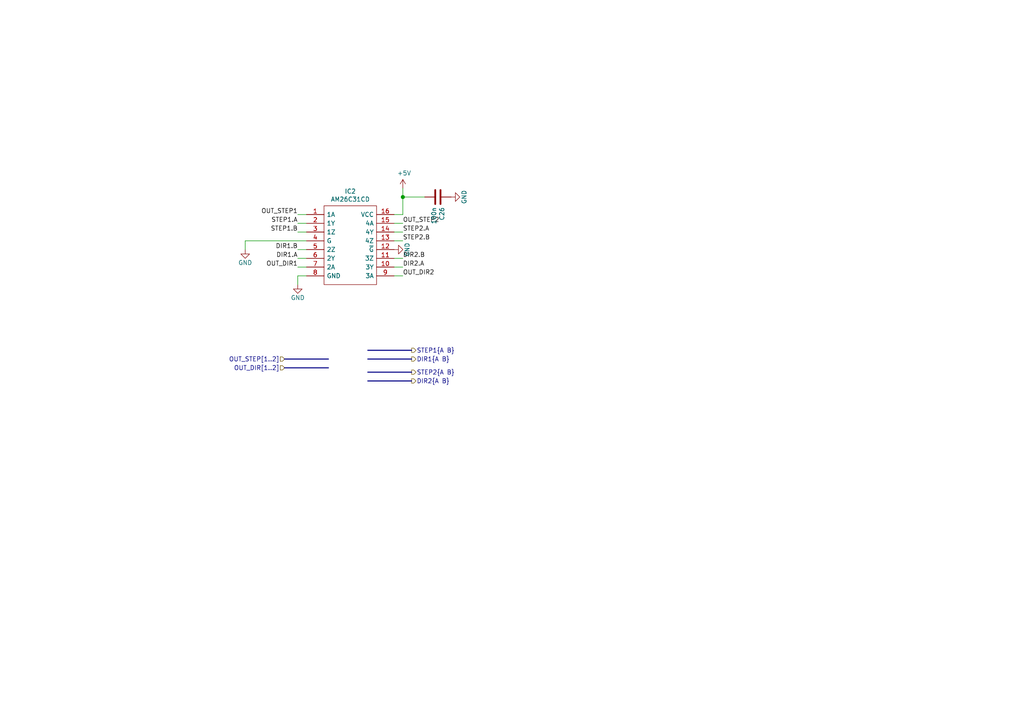
<source format=kicad_sch>
(kicad_sch (version 20201015) (generator eeschema)
  (paper "A4")
  (title_block (title "Uni printer") (date "2020-04-30") (rev "2.0") (company "Kartech") (comment 1 "jaroslaw.karwik@gmail.com"))
  (lib_symbols
    (symbol "Uni_Printer-rescue:+5V-power" (power) (pin_names (offset 0))
      (property "Value" "+5V-power" (at 0 3.556 0))
      (symbol "+5V-power_0_1"
        (polyline (pts (xy -0.762 1.27) (xy 0 2.54)))
        (polyline (pts (xy 0 0) (xy 0 2.54)))
        (polyline (pts (xy 0 2.54) (xy 0.762 1.27)))
      )
      (symbol "+5V-power_1_1"
        (pin power_in line (at 0 0 90) (length 0) hide (name "+5V") (number "1"))
      )
    )
    (symbol "Uni_Printer-rescue:AM26C31CD-AM26C31CD-Uni_Printer_v1-rescue" (pin_names (offset 0.762))
      (property "Reference" "IC" (at 21.59 7.62 0))
      (property "Value" "AM26C31CD-AM26C31CD-Uni_Printer_v1-rescue" (at 21.59 5.08 0))
      (symbol "AM26C31CD-AM26C31CD-Uni_Printer_v1-rescue_0_0"
        (pin bidirectional line (at 0 0 0) (length 5.08) (name "1A") (number "1"))
        (pin bidirectional line (at 25.4 -15.24 180) (length 5.08) (name "3Y") (number "10"))
        (pin bidirectional line (at 25.4 -12.7 180) (length 5.08) (name "3Z") (number "11"))
        (pin bidirectional line (at 25.4 -10.16 180) (length 5.08) (name "~G") (number "12"))
        (pin bidirectional line (at 25.4 -7.62 180) (length 5.08) (name "4Z") (number "13"))
        (pin bidirectional line (at 25.4 -5.08 180) (length 5.08) (name "4Y") (number "14"))
        (pin bidirectional line (at 25.4 -2.54 180) (length 5.08) (name "4A") (number "15"))
        (pin bidirectional line (at 25.4 0 180) (length 5.08) (name "VCC") (number "16"))
        (pin bidirectional line (at 0 -2.54 0) (length 5.08) (name "1Y") (number "2"))
        (pin bidirectional line (at 0 -5.08 0) (length 5.08) (name "1Z") (number "3"))
        (pin bidirectional line (at 0 -7.62 0) (length 5.08) (name "G") (number "4"))
        (pin bidirectional line (at 0 -10.16 0) (length 5.08) (name "2Z") (number "5"))
        (pin bidirectional line (at 0 -12.7 0) (length 5.08) (name "2Y") (number "6"))
        (pin bidirectional line (at 0 -15.24 0) (length 5.08) (name "2A") (number "7"))
        (pin bidirectional line (at 0 -17.78 0) (length 5.08) (name "GND") (number "8"))
        (pin bidirectional line (at 25.4 -17.78 180) (length 5.08) (name "3A") (number "9"))
      )
      (symbol "AM26C31CD-AM26C31CD-Uni_Printer_v1-rescue_0_1"
        (polyline (pts (xy 5.08 2.54) (xy 20.32 2.54) (xy 20.32 -20.32) (xy 5.08 -20.32) (xy 5.08 2.54)) (stroke (width 0.1524)))
      )
    )
    (symbol "Uni_Printer-rescue:C-Device" (pin_numbers hide) (pin_names (offset 0.254))
      (property "Reference" "C" (at 0.635 2.54 0))
      (property "Value" "C-Device" (at 0.635 -2.54 0))
      (symbol "C-Device_0_1"
        (polyline (pts (xy -2.032 -0.762) (xy 2.032 -0.762)) (stroke (width 0.508)))
        (polyline (pts (xy -2.032 0.762) (xy 2.032 0.762)) (stroke (width 0.508)))
      )
      (symbol "C-Device_1_1"
        (pin passive line (at 0 3.81 270) (length 2.794) (name "~") (number "1"))
        (pin passive line (at 0 -3.81 90) (length 2.794) (name "~") (number "2"))
      )
    )
    (symbol "Uni_Printer-rescue:GND-Sensor_tank_v1-rescue-Uni_General_v1-rescue-Uni_Printer_v1-rescue" (power) (pin_names (offset 0))
      (property "Value" "GND-Sensor_tank_v1-rescue-Uni_General_v1-rescue-Uni_Printer_v1-rescue" (at 0 -3.81 0))
      (symbol "GND-Sensor_tank_v1-rescue-Uni_General_v1-rescue-Uni_Printer_v1-rescue_0_1"
        (polyline (pts (xy 0 0) (xy 0 -1.27) (xy 1.27 -1.27) (xy 0 -2.54) (xy -1.27 -1.27) (xy 0 -1.27)))
      )
      (symbol "GND-Sensor_tank_v1-rescue-Uni_General_v1-rescue-Uni_Printer_v1-rescue_1_1"
        (pin power_in line (at 0 0 270) (length 0) hide (name "GND") (number "1"))
      )
    )
  )
  (junction (at 116.84 57.15) (diameter 1.016))
  (wire (pts (xy 71.12 69.85) (xy 88.9 69.85)))
  (wire (pts (xy 71.12 72.39) (xy 71.12 69.85)))
  (wire (pts (xy 86.36 64.77) (xy 88.9 64.77)))
  (wire (pts (xy 86.36 72.39) (xy 88.9 72.39)))
  (wire (pts (xy 86.36 77.47) (xy 88.9 77.47)))
  (wire (pts (xy 86.36 80.01) (xy 88.9 80.01)))
  (wire (pts (xy 86.36 82.55) (xy 86.36 80.01)))
  (wire (pts (xy 88.9 62.23) (xy 86.36 62.23)))
  (wire (pts (xy 88.9 67.31) (xy 86.36 67.31)))
  (wire (pts (xy 88.9 74.93) (xy 86.36 74.93)))
  (wire (pts (xy 114.3 62.23) (xy 116.84 62.23)))
  (wire (pts (xy 114.3 64.77) (xy 116.84 64.77)))
  (wire (pts (xy 114.3 69.85) (xy 116.84 69.85)))
  (wire (pts (xy 114.3 74.93) (xy 116.84 74.93)))
  (wire (pts (xy 116.84 57.15) (xy 116.84 54.61)))
  (wire (pts (xy 116.84 57.15) (xy 123.19 57.15)))
  (wire (pts (xy 116.84 62.23) (xy 116.84 57.15)))
  (wire (pts (xy 116.84 67.31) (xy 114.3 67.31)))
  (wire (pts (xy 116.84 77.47) (xy 114.3 77.47)))
  (wire (pts (xy 116.84 80.01) (xy 114.3 80.01)))
  (bus (pts (xy 95.25 104.14) (xy 82.55 104.14)))
  (bus (pts (xy 95.25 106.68) (xy 82.55 106.68)))
  (bus (pts (xy 106.68 101.6) (xy 119.38 101.6)))
  (bus (pts (xy 106.68 104.14) (xy 119.38 104.14)))
  (bus (pts (xy 106.68 107.95) (xy 119.38 107.95)))
  (bus (pts (xy 106.68 110.49) (xy 119.38 110.49)))
  (label "OUT_STEP1" (at 86.36 62.23 180))
  (label "STEP1.A" (at 86.36 64.77 180))
  (label "STEP1.B" (at 86.36 67.31 180))
  (label "DIR1.B" (at 86.36 72.39 180))
  (label "DIR1.A" (at 86.36 74.93 180))
  (label "OUT_DIR1" (at 86.36 77.47 180))
  (label "OUT_STEP2" (at 116.84 64.77 0))
  (label "STEP2.A" (at 116.84 67.31 0))
  (label "STEP2.B" (at 116.84 69.85 0))
  (label "DIR2.B" (at 116.84 74.93 0))
  (label "DIR2.A" (at 116.84 77.47 0))
  (label "OUT_DIR2" (at 116.84 80.01 0))
  (hierarchical_label "OUT_STEP[1..2]" (shape input) (at 82.55 104.14 180))
  (hierarchical_label "OUT_DIR[1..2]" (shape input) (at 82.55 106.68 180))
  (hierarchical_label "STEP1{A B}" (shape output) (at 119.38 101.6 0))
  (hierarchical_label "DIR1{A B}" (shape output) (at 119.38 104.14 0))
  (hierarchical_label "STEP2{A B}" (shape output) (at 119.38 107.95 0))
  (hierarchical_label "DIR2{A B}" (shape output) (at 119.38 110.49 0))
  (symbol (lib_id "Uni_Printer-rescue:+5V-power") (at 116.84 54.61 0) (unit 1)
    (property "Reference" "#PWR082" (effects hide))
    (property "Value" "+5V" (at 117.221 50.2158 0))
  )
  (symbol (lib_id "Uni_Printer-rescue:GND-Sensor_tank_v1-rescue-Uni_General_v1-rescue-Uni_Printer_v1-rescue") (at 71.12 72.39 0) (unit 1)
    (property "Reference" "#PWR079" (effects hide))
    (property "Value" "GND" (at 71.12 76.2 0))
  )
  (symbol (lib_id "Uni_Printer-rescue:GND-Sensor_tank_v1-rescue-Uni_General_v1-rescue-Uni_Printer_v1-rescue") (at 86.36 82.55 0) (unit 1)
    (property "Reference" "#PWR080" (effects hide))
    (property "Value" "GND" (at 86.36 86.36 0))
  )
  (symbol (lib_id "Uni_Printer-rescue:GND-Sensor_tank_v1-rescue-Uni_General_v1-rescue-Uni_Printer_v1-rescue") (at 114.3 72.39 90) (unit 1)
    (property "Reference" "#PWR081" (effects hide))
    (property "Value" "GND" (at 118.11 72.39 0))
  )
  (symbol (lib_id "Uni_Printer-rescue:GND-Sensor_tank_v1-rescue-Uni_General_v1-rescue-Uni_Printer_v1-rescue") (at 130.81 57.15 90) (unit 1)
    (property "Reference" "#PWR083" (effects hide))
    (property "Value" "GND" (at 134.62 57.15 0))
  )
  (symbol (lib_id "Uni_Printer-rescue:C-Device") (at 127 57.15 270) (unit 1)
    (property "Reference" "C26" (at 128.1684 60.071 0) (effects (justify left)))
    (property "Value" "100n" (at 125.857 60.071 0) (effects (justify left)))
    (property "Footprint" "Capacitor_SMD:C_0603_1608Metric" (effects hide))
    (property "TME" "C0603C104K3RAC" (effects hide))
  )
  (symbol (lib_id "Uni_Printer-rescue:AM26C31CD-AM26C31CD-Uni_Printer_v1-rescue") (at 88.9 62.23 0) (unit 1)
    (property "Reference" "IC2" (at 101.6 55.499 0))
    (property "Value" "AM26C31CD" (at 101.6 57.8104 0))
    (property "Footprint" "moje:SOIC127P600X175-16N" (effects hide))
    (property "Datasheet" "http://www.ti.com/lit/ds/symlink/am26c31.pdf" (effects hide))
    (property "Description" "AM26C31CD, Quad RS-422, V.11 Line Transmitter 10Mbit/s Differential 5V, 16-Pin SOIC" (effects hide))
    (property "Height" "1.75" (effects hide))
    (property "Manufacturer_Name" "Texas Instruments" (effects hide))
    (property "Manufacturer_Part_Number" "AM26C31CD" (effects hide))
    (property "Mouser Part Number" "595-AM26C31CD" (effects hide))
    (property "Mouser Price/Stock" "https://www.mouser.com/Search/Refine.aspx?Keyword=595-AM26C31CD" (effects hide))
    (property "RS Part Number" "5170520P" (effects hide))
    (property "RS Price/Stock" "http://uk.rs-online.com/web/p/products/5170520P" (effects hide))
  )
)
</source>
